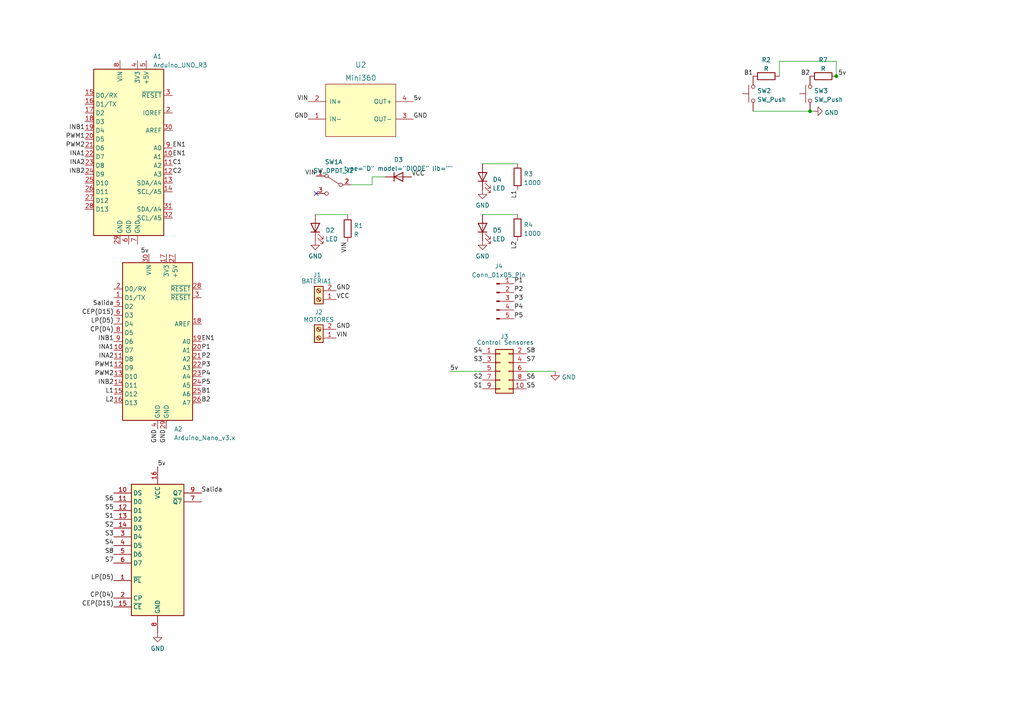
<source format=kicad_sch>
(kicad_sch (version 20230121) (generator eeschema)
  (paper "A4")
  (lib_symbols
    (symbol "74xx:74LS165"
      (property "Reference" "U" (at -7.62 19.05 0))
      (property "Value" "74LS165" (at -7.62 -21.59 0))
      (symbol "74LS165_1_0"
        (pin input line (at -12.7 -10.16 0) (length 5.08) (name "~{PL}") (number "1"))
        (pin input line (at -12.7 15.24 0) (length 5.08) (name "DS") (number "10"))
        (pin input line (at -12.7 12.7 0) (length 5.08) (name "D0") (number "11"))
        (pin input line (at -12.7 10.16 0) (length 5.08) (name "D1") (number "12"))
        (pin input line (at -12.7 7.62 0) (length 5.08) (name "D2") (number "13"))
        (pin input line (at -12.7 5.08 0) (length 5.08) (name "D3") (number "14"))
        (pin input line (at -12.7 -17.78 0) (length 5.08) (name "~{CE}") (number "15"))
        (pin power_in line (at 0 22.86 270) (length 5.08) (name "VCC") (number "16"))
        (pin input line (at -12.7 -15.24 0) (length 5.08) (name "CP") (number "2"))
        (pin input line (at -12.7 2.54 0) (length 5.08) (name "D4") (number "3"))
        (pin input line (at -12.7 0 0) (length 5.08) (name "D5") (number "4"))
        (pin input line (at -12.7 -2.54 0) (length 5.08) (name "D6") (number "5"))
        (pin input line (at -12.7 -5.08 0) (length 5.08) (name "D7") (number "6"))
        (pin output line (at 12.7 12.7 180) (length 5.08) (name "~{Q7}") (number "7"))
        (pin power_in line (at 0 -25.4 90) (length 5.08) (name "GND") (number "8"))
        (pin output line (at 12.7 15.24 180) (length 5.08) (name "Q7") (number "9"))
      )
      (symbol "74LS165_1_1"
        (rectangle (start -7.62 17.78) (end 7.62 -20.32) (stroke (width 0.254)) (fill (type background)))
      )
    )
    (symbol "Connector:Conn_01x05_Pin" (pin_names (offset 1.016) hide)
      (property "Reference" "J" (at 0 7.62 0))
      (property "Value" "Conn_01x05_Pin" (at 0 -7.62 0))
      (symbol "Conn_01x05_Pin_1_1"
        (polyline (pts (xy 1.27 -5.08) (xy 0.8636 -5.08)) (stroke (width 0.1524)))
        (polyline (pts (xy 1.27 -2.54) (xy 0.8636 -2.54)) (stroke (width 0.1524)))
        (polyline (pts (xy 1.27 0) (xy 0.8636 0)) (stroke (width 0.1524)))
        (polyline (pts (xy 1.27 2.54) (xy 0.8636 2.54)) (stroke (width 0.1524)))
        (polyline (pts (xy 1.27 5.08) (xy 0.8636 5.08)) (stroke (width 0.1524)))
        (rectangle (start 0.8636 -4.953) (end 0 -5.207) (stroke (width 0.1524)) (fill (type outline)))
        (rectangle (start 0.8636 -2.413) (end 0 -2.667) (stroke (width 0.1524)) (fill (type outline)))
        (rectangle (start 0.8636 0.127) (end 0 -0.127) (stroke (width 0.1524)) (fill (type outline)))
        (rectangle (start 0.8636 2.667) (end 0 2.413) (stroke (width 0.1524)) (fill (type outline)))
        (rectangle (start 0.8636 5.207) (end 0 4.953) (stroke (width 0.1524)) (fill (type outline)))
        (pin passive line (at 5.08 5.08 180) (length 3.81) (name "Pin_1") (number "1"))
        (pin passive line (at 5.08 2.54 180) (length 3.81) (name "Pin_2") (number "2"))
        (pin passive line (at 5.08 0 180) (length 3.81) (name "Pin_3") (number "3"))
        (pin passive line (at 5.08 -2.54 180) (length 3.81) (name "Pin_4") (number "4"))
        (pin passive line (at 5.08 -5.08 180) (length 3.81) (name "Pin_5") (number "5"))
      )
    )
    (symbol "Connector:Screw_Terminal_01x02" (pin_names (offset 1.016) hide)
      (property "Reference" "J" (at 0 2.54 0))
      (property "Value" "Screw_Terminal_01x02" (at 0 -5.08 0))
      (symbol "Screw_Terminal_01x02_1_1"
        (rectangle (start -1.27 1.27) (end 1.27 -3.81) (stroke (width 0.254)) (fill (type background)))
        (circle (center 0 -2.54) (radius 0.635) (stroke (width 0.1524)))
        (polyline (pts (xy -0.5334 -2.2098) (xy 0.3302 -3.048)) (stroke (width 0.1524)))
        (polyline (pts (xy -0.5334 0.3302) (xy 0.3302 -0.508)) (stroke (width 0.1524)))
        (polyline (pts (xy -0.3556 -2.032) (xy 0.508 -2.8702)) (stroke (width 0.1524)))
        (polyline (pts (xy -0.3556 0.508) (xy 0.508 -0.3302)) (stroke (width 0.1524)))
        (circle (center 0 0) (radius 0.635) (stroke (width 0.1524)))
        (pin passive line (at -5.08 0 0) (length 3.81) (name "Pin_1") (number "1"))
        (pin passive line (at -5.08 -2.54 0) (length 3.81) (name "Pin_2") (number "2"))
      )
    )
    (symbol "Connector_Generic:Conn_02x05_Odd_Even" (pin_names (offset 1.016) hide)
      (property "Reference" "J" (at 1.27 7.62 0))
      (property "Value" "Conn_02x05_Odd_Even" (at 1.27 -7.62 0))
      (symbol "Conn_02x05_Odd_Even_1_1"
        (rectangle (start -1.27 -4.953) (end 0 -5.207) (stroke (width 0.1524)))
        (rectangle (start -1.27 -2.413) (end 0 -2.667) (stroke (width 0.1524)))
        (rectangle (start -1.27 0.127) (end 0 -0.127) (stroke (width 0.1524)))
        (rectangle (start -1.27 2.667) (end 0 2.413) (stroke (width 0.1524)))
        (rectangle (start -1.27 5.207) (end 0 4.953) (stroke (width 0.1524)))
        (rectangle (start -1.27 6.35) (end 3.81 -6.35) (stroke (width 0.254)) (fill (type background)))
        (rectangle (start 3.81 -4.953) (end 2.54 -5.207) (stroke (width 0.1524)))
        (rectangle (start 3.81 -2.413) (end 2.54 -2.667) (stroke (width 0.1524)))
        (rectangle (start 3.81 0.127) (end 2.54 -0.127) (stroke (width 0.1524)))
        (rectangle (start 3.81 2.667) (end 2.54 2.413) (stroke (width 0.1524)))
        (rectangle (start 3.81 5.207) (end 2.54 4.953) (stroke (width 0.1524)))
        (pin passive line (at -5.08 5.08 0) (length 3.81) (name "Pin_1") (number "1"))
        (pin passive line (at 7.62 -5.08 180) (length 3.81) (name "Pin_10") (number "10"))
        (pin passive line (at 7.62 5.08 180) (length 3.81) (name "Pin_2") (number "2"))
        (pin passive line (at -5.08 2.54 0) (length 3.81) (name "Pin_3") (number "3"))
        (pin passive line (at 7.62 2.54 180) (length 3.81) (name "Pin_4") (number "4"))
        (pin passive line (at -5.08 0 0) (length 3.81) (name "Pin_5") (number "5"))
        (pin passive line (at 7.62 0 180) (length 3.81) (name "Pin_6") (number "6"))
        (pin passive line (at -5.08 -2.54 0) (length 3.81) (name "Pin_7") (number "7"))
        (pin passive line (at 7.62 -2.54 180) (length 3.81) (name "Pin_8") (number "8"))
        (pin passive line (at -5.08 -5.08 0) (length 3.81) (name "Pin_9") (number "9"))
      )
    )
    (symbol "Device:LED" (pin_numbers hide) (pin_names (offset 1.016) hide)
      (property "Reference" "D" (at 0 2.54 0))
      (property "Value" "LED" (at 0 -2.54 0))
      (symbol "LED_0_1"
        (polyline (pts (xy -1.27 -1.27) (xy -1.27 1.27)) (stroke (width 0.254)))
        (polyline (pts (xy -1.27 0) (xy 1.27 0)))
        (polyline (pts (xy 1.27 -1.27) (xy 1.27 1.27) (xy -1.27 0) (xy 1.27 -1.27)) (stroke (width 0.254)))
        (polyline (pts (xy -3.048 -0.762) (xy -4.572 -2.286) (xy -3.81 -2.286) (xy -4.572 -2.286) (xy -4.572 -1.524)))
        (polyline (pts (xy -1.778 -0.762) (xy -3.302 -2.286) (xy -2.54 -2.286) (xy -3.302 -2.286) (xy -3.302 -1.524)))
      )
      (symbol "LED_1_1"
        (pin passive line (at -3.81 0 0) (length 2.54) (name "K") (number "1"))
        (pin passive line (at 3.81 0 180) (length 2.54) (name "A") (number "2"))
      )
    )
    (symbol "Device:R" (pin_numbers hide) (pin_names (offset 0))
      (property "Reference" "R" (at 2.032 0 90))
      (property "Value" "R" (at 0 0 90))
      (symbol "R_0_1"
        (rectangle (start -1.016 -2.54) (end 1.016 2.54) (stroke (width 0.254)))
      )
      (symbol "R_1_1"
        (pin passive line (at 0 3.81 270) (length 1.27) (name "~") (number "1"))
        (pin passive line (at 0 -3.81 90) (length 1.27) (name "~") (number "2"))
      )
    )
    (symbol "MCU_Module:Arduino_Nano_v3.x"
      (property "Reference" "A" (at -10.16 23.495 0))
      (property "Value" "Arduino_Nano_v3.x" (at 5.08 -24.13 0))
      (symbol "Arduino_Nano_v3.x_0_1"
        (rectangle (start -10.16 22.86) (end 10.16 -22.86) (stroke (width 0.254)) (fill (type background)))
      )
      (symbol "Arduino_Nano_v3.x_1_1"
        (pin bidirectional line (at -12.7 12.7 0) (length 2.54) (name "D1/TX") (number "1"))
        (pin bidirectional line (at -12.7 -2.54 0) (length 2.54) (name "D7") (number "10"))
        (pin bidirectional line (at -12.7 -5.08 0) (length 2.54) (name "D8") (number "11"))
        (pin bidirectional line (at -12.7 -7.62 0) (length 2.54) (name "D9") (number "12"))
        (pin bidirectional line (at -12.7 -10.16 0) (length 2.54) (name "D10") (number "13"))
        (pin bidirectional line (at -12.7 -12.7 0) (length 2.54) (name "D11") (number "14"))
        (pin bidirectional line (at -12.7 -15.24 0) (length 2.54) (name "D12") (number "15"))
        (pin bidirectional line (at -12.7 -17.78 0) (length 2.54) (name "D13") (number "16"))
        (pin power_out line (at 2.54 25.4 270) (length 2.54) (name "3V3") (number "17"))
        (pin input line (at 12.7 5.08 180) (length 2.54) (name "AREF") (number "18"))
        (pin bidirectional line (at 12.7 0 180) (length 2.54) (name "A0") (number "19"))
        (pin bidirectional line (at -12.7 15.24 0) (length 2.54) (name "D0/RX") (number "2"))
        (pin bidirectional line (at 12.7 -2.54 180) (length 2.54) (name "A1") (number "20"))
        (pin bidirectional line (at 12.7 -5.08 180) (length 2.54) (name "A2") (number "21"))
        (pin bidirectional line (at 12.7 -7.62 180) (length 2.54) (name "A3") (number "22"))
        (pin bidirectional line (at 12.7 -10.16 180) (length 2.54) (name "A4") (number "23"))
        (pin bidirectional line (at 12.7 -12.7 180) (length 2.54) (name "A5") (number "24"))
        (pin bidirectional line (at 12.7 -15.24 180) (length 2.54) (name "A6") (number "25"))
        (pin bidirectional line (at 12.7 -17.78 180) (length 2.54) (name "A7") (number "26"))
        (pin power_out line (at 5.08 25.4 270) (length 2.54) (name "+5V") (number "27"))
        (pin input line (at 12.7 15.24 180) (length 2.54) (name "~{RESET}") (number "28"))
        (pin power_in line (at 2.54 -25.4 90) (length 2.54) (name "GND") (number "29"))
        (pin input line (at 12.7 12.7 180) (length 2.54) (name "~{RESET}") (number "3"))
        (pin power_in line (at -2.54 25.4 270) (length 2.54) (name "VIN") (number "30"))
        (pin power_in line (at 0 -25.4 90) (length 2.54) (name "GND") (number "4"))
        (pin bidirectional line (at -12.7 10.16 0) (length 2.54) (name "D2") (number "5"))
        (pin bidirectional line (at -12.7 7.62 0) (length 2.54) (name "D3") (number "6"))
        (pin bidirectional line (at -12.7 5.08 0) (length 2.54) (name "D4") (number "7"))
        (pin bidirectional line (at -12.7 2.54 0) (length 2.54) (name "D5") (number "8"))
        (pin bidirectional line (at -12.7 0 0) (length 2.54) (name "D6") (number "9"))
      )
    )
    (symbol "MCU_Module:Arduino_UNO_R3"
      (property "Reference" "A" (at -10.16 23.495 0))
      (property "Value" "Arduino_UNO_R3" (at 5.08 -26.67 0))
      (symbol "Arduino_UNO_R3_0_1"
        (rectangle (start -10.16 22.86) (end 10.16 -25.4) (stroke (width 0.254)) (fill (type background)))
      )
      (symbol "Arduino_UNO_R3_1_1"
        (pin no_connect line (at -10.16 -20.32 0) (length 2.54) hide (name "NC") (number "1"))
        (pin bidirectional line (at 12.7 -2.54 180) (length 2.54) (name "A1") (number "10"))
        (pin bidirectional line (at 12.7 -5.08 180) (length 2.54) (name "A2") (number "11"))
        (pin bidirectional line (at 12.7 -7.62 180) (length 2.54) (name "A3") (number "12"))
        (pin bidirectional line (at 12.7 -10.16 180) (length 2.54) (name "SDA/A4") (number "13"))
        (pin bidirectional line (at 12.7 -12.7 180) (length 2.54) (name "SCL/A5") (number "14"))
        (pin bidirectional line (at -12.7 15.24 0) (length 2.54) (name "D0/RX") (number "15"))
        (pin bidirectional line (at -12.7 12.7 0) (length 2.54) (name "D1/TX") (number "16"))
        (pin bidirectional line (at -12.7 10.16 0) (length 2.54) (name "D2") (number "17"))
        (pin bidirectional line (at -12.7 7.62 0) (length 2.54) (name "D3") (number "18"))
        (pin bidirectional line (at -12.7 5.08 0) (length 2.54) (name "D4") (number "19"))
        (pin output line (at 12.7 10.16 180) (length 2.54) (name "IOREF") (number "2"))
        (pin bidirectional line (at -12.7 2.54 0) (length 2.54) (name "D5") (number "20"))
        (pin bidirectional line (at -12.7 0 0) (length 2.54) (name "D6") (number "21"))
        (pin bidirectional line (at -12.7 -2.54 0) (length 2.54) (name "D7") (number "22"))
        (pin bidirectional line (at -12.7 -5.08 0) (length 2.54) (name "D8") (number "23"))
        (pin bidirectional line (at -12.7 -7.62 0) (length 2.54) (name "D9") (number "24"))
        (pin bidirectional line (at -12.7 -10.16 0) (length 2.54) (name "D10") (number "25"))
        (pin bidirectional line (at -12.7 -12.7 0) (length 2.54) (name "D11") (number "26"))
        (pin bidirectional line (at -12.7 -15.24 0) (length 2.54) (name "D12") (number "27"))
        (pin bidirectional line (at -12.7 -17.78 0) (length 2.54) (name "D13") (number "28"))
        (pin power_in line (at -2.54 -27.94 90) (length 2.54) (name "GND") (number "29"))
        (pin input line (at 12.7 15.24 180) (length 2.54) (name "~{RESET}") (number "3"))
        (pin input line (at 12.7 5.08 180) (length 2.54) (name "AREF") (number "30"))
        (pin bidirectional line (at 12.7 -17.78 180) (length 2.54) (name "SDA/A4") (number "31"))
        (pin bidirectional line (at 12.7 -20.32 180) (length 2.54) (name "SCL/A5") (number "32"))
        (pin power_out line (at 2.54 25.4 270) (length 2.54) (name "3V3") (number "4"))
        (pin power_out line (at 5.08 25.4 270) (length 2.54) (name "+5V") (number "5"))
        (pin power_in line (at 0 -27.94 90) (length 2.54) (name "GND") (number "6"))
        (pin power_in line (at 2.54 -27.94 90) (length 2.54) (name "GND") (number "7"))
        (pin power_in line (at -2.54 25.4 270) (length 2.54) (name "VIN") (number "8"))
        (pin bidirectional line (at 12.7 0 180) (length 2.54) (name "A0") (number "9"))
      )
    )
    (symbol "Simulation_SPICE:DIODE" (pin_numbers hide) (pin_names (offset 1.016) hide)
      (property "Reference" "D" (at 0 2.54 0))
      (property "Value" "DIODE" (at 0 -2.54 0))
      (symbol "DIODE_0_1"
        (polyline (pts (xy 1.27 0) (xy -1.27 0)))
        (polyline (pts (xy 1.27 1.27) (xy 1.27 -1.27)) (stroke (width 0.254)))
        (polyline (pts (xy -1.27 -1.27) (xy -1.27 1.27) (xy 1.27 0) (xy -1.27 -1.27)) (stroke (width 0.254)))
      )
      (symbol "DIODE_1_1"
        (pin passive line (at -3.81 0 0) (length 2.54) (name "A") (number "1"))
        (pin passive line (at 3.81 0 180) (length 2.54) (name "K") (number "2"))
      )
    )
    (symbol "Switch:SW_DPDT_x2" (pin_names (offset 0) hide)
      (property "Reference" "SW" (at 0 4.318 0))
      (property "Value" "SW_DPDT_x2" (at 0 -5.08 0))
      (symbol "SW_DPDT_x2_0_0"
        (circle (center -2.032 0) (radius 0.508))
        (circle (center 2.032 -2.54) (radius 0.508))
      )
      (symbol "SW_DPDT_x2_0_1"
        (polyline (pts (xy -1.524 0.254) (xy 1.651 2.286)))
        (circle (center 2.032 2.54) (radius 0.508))
      )
      (symbol "SW_DPDT_x2_1_1"
        (pin passive line (at 5.08 2.54 180) (length 2.54) (name "A") (number "1"))
        (pin passive line (at -5.08 0 0) (length 2.54) (name "B") (number "2"))
        (pin passive line (at 5.08 -2.54 180) (length 2.54) (name "C") (number "3"))
      )
      (symbol "SW_DPDT_x2_2_1"
        (pin passive line (at 5.08 2.54 180) (length 2.54) (name "A") (number "4"))
        (pin passive line (at -5.08 0 0) (length 2.54) (name "B") (number "5"))
        (pin passive line (at 5.08 -2.54 180) (length 2.54) (name "C") (number "6"))
      )
    )
    (symbol "Switch:SW_Push" (pin_numbers hide) (pin_names (offset 1.016) hide)
      (property "Reference" "SW" (at 1.27 2.54 0))
      (property "Value" "SW_Push" (at 0 -1.524 0))
      (symbol "SW_Push_0_1"
        (circle (center -2.032 0) (radius 0.508))
        (polyline (pts (xy 0 1.27) (xy 0 3.048)))
        (polyline (pts (xy 2.54 1.27) (xy -2.54 1.27)))
        (circle (center 2.032 0) (radius 0.508))
        (pin passive line (at -5.08 0 0) (length 2.54) (name "1") (number "1"))
        (pin passive line (at 5.08 0 180) (length 2.54) (name "2") (number "2"))
      )
    )
    (symbol "mini360:Mini360" (pin_names (offset 1.016))
      (property "Reference" "U" (at 0 -5.08 0))
      (property "Value" "Mini360" (at 0 5.08 0))
      (symbol "Mini360_0_1"
        (rectangle (start -10.16 7.62) (end 10.16 -7.62) (fill (type background)))
      )
      (symbol "Mini360_1_1"
        (pin power_in line (at -15.24 -2.54 0) (length 5.08) (name "IN-") (number "1"))
        (pin power_in line (at -15.24 2.54 0) (length 5.08) (name "IN+") (number "2"))
        (pin power_out line (at 15.24 -2.54 180) (length 5.08) (name "OUT-") (number "3"))
        (pin power_out line (at 15.24 2.54 180) (length 5.08) (name "OUT+") (number "4"))
      )
    )
    (symbol "power:GND" (power) (pin_names (offset 0))
      (property "Value" "GND" (at 0 -3.81 0))
      (symbol "GND_0_1"
        (polyline (pts (xy 0 0) (xy 0 -1.27) (xy 1.27 -1.27) (xy 0 -2.54) (xy -1.27 -1.27) (xy 0 -1.27)))
      )
      (symbol "GND_1_1"
        (pin power_in line (at 0 0 270) (length 0) hide (name "GND") (number "1"))
      )
    )
  )
  (junction (at 242.57 22.098))
  (junction (at 234.95 32.258))
  (no_connect (at 91.694 56.134))
  (wire (pts (xy 130.556 107.696) (xy 139.954 107.696)))
  (wire (pts (xy 161.036 107.696) (xy 152.654 107.696)))
  (wire (pts (xy 226.06 22.098) (xy 226.06 17.78)))
  (wire (pts (xy 139.954 62.23) (xy 150.114 62.23)))
  (wire (pts (xy 139.954 47.498) (xy 150.114 47.498)))
  (wire (pts (xy 111.76 51.308) (xy 107.95 51.308)))
  (wire (pts (xy 234.95 32.258) (xy 235.966 32.258)))
  (wire (pts (xy 107.95 51.308) (xy 107.95 53.594)))
  (wire (pts (xy 107.95 53.594) (xy 101.854 53.594)))
  (wire (pts (xy 242.57 17.78) (xy 242.57 22.098)))
  (wire (pts (xy 243.078 22.098) (xy 242.57 22.098)))
  (wire (pts (xy 218.44 32.258) (xy 234.95 32.258)))
  (wire (pts (xy 100.838 62.23) (xy 100.838 62.484)))
  (wire (pts (xy 226.06 17.78) (xy 242.57 17.78)))
  (wire (pts (xy 91.44 62.23) (xy 100.838 62.23)))
  (label "P3" (at 58.42 106.68 0))
  (label "S6" (at 152.654 110.236 0))
  (label "L2" (at 150.114 69.85 270))
  (label "S1" (at 33.02 150.622 180))
  (label "VCC" (at 119.38 51.308 0))
  (label "5v" (at 119.888 29.464 0))
  (label "S5" (at 33.02 148.082 180))
  (label "S2" (at 139.954 110.236 180))
  (label "INA1" (at 24.638 45.466 180))
  (label "C1" (at 50.038 48.006 0))
  (label "L1" (at 33.02 114.3 180))
  (label "B2" (at 58.42 116.84 0))
  (label "INB2" (at 24.638 50.546 180))
  (label "P5" (at 58.42 111.76 0))
  (label "PWM2" (at 24.638 42.926 180))
  (label "INB1" (at 24.638 37.846 180))
  (label "S1" (at 139.954 112.776 180))
  (label "INA1" (at 33.02 101.6 180))
  (label "VIN" (at 97.536 98.044 0))
  (label "P1" (at 58.42 101.6 0))
  (label "P2" (at 58.42 104.14 0))
  (label "5v" (at 243.078 22.098 0))
  (label "VCC" (at 97.536 86.868 0))
  (label "INA2" (at 24.638 48.006 180))
  (label "LP(D5)" (at 33.02 168.402 180))
  (label "P3" (at 149.098 87.376 0))
  (label "GND" (at 89.408 34.544 180))
  (label "S5" (at 152.654 112.776 0))
  (label "S4" (at 33.02 158.242 180))
  (label "GND" (at 48.26 124.46 270))
  (label "P2" (at 149.098 84.836 0))
  (label "VIN" (at 91.694 51.054 180))
  (label "L1" (at 150.114 55.118 270))
  (label "S7" (at 152.654 105.156 0))
  (label "PWM1" (at 33.02 106.68 180))
  (label "5v" (at 45.72 135.382 0))
  (label "B1" (at 218.44 22.098 180))
  (label "S3" (at 33.02 155.702 180))
  (label "CEP(D15)" (at 33.02 176.022 180))
  (label "PWM2" (at 33.02 109.22 180))
  (label "S8" (at 33.02 160.782 180))
  (label "P1" (at 149.098 82.296 0))
  (label "INB2" (at 33.02 111.76 180))
  (label "P4" (at 58.42 109.22 0))
  (label "B1" (at 58.42 114.3 0))
  (label "INB1" (at 33.02 99.06 180))
  (label "P5" (at 149.098 92.456 0))
  (label "5v" (at 130.556 107.696 0))
  (label "VIN" (at 100.838 70.104 270))
  (label "CEP(D15)" (at 33.02 91.44 180))
  (label "C2" (at 50.038 50.546 0))
  (label "5v" (at 43.18 73.66 180))
  (label "GND" (at 97.536 95.504 0))
  (label "S6" (at 33.02 145.542 180))
  (label "S2" (at 33.02 153.162 180))
  (label "VIN" (at 89.408 29.464 180))
  (label "LP(D5)" (at 33.02 93.98 180))
  (label "GND" (at 119.888 34.544 0))
  (label "S3" (at 139.954 105.156 180))
  (label "EN1" (at 50.038 42.926 0))
  (label "EN1" (at 50.038 45.466 0))
  (label "L2" (at 33.02 116.84 180))
  (label "EN1" (at 58.42 99.06 0))
  (label "CP(D4)" (at 33.02 96.52 180))
  (label "CP(D4)" (at 33.02 173.482 180))
  (label "INA2" (at 33.02 104.14 180))
  (label "B2" (at 234.95 22.098 180))
  (label "Salida" (at 58.42 143.002 0))
  (label "P4" (at 149.098 89.916 0))
  (label "S8" (at 152.654 102.616 0))
  (label "GND" (at 45.72 124.46 270))
  (label "Salida" (at 33.02 88.9 180))
  (label "S4" (at 139.954 102.616 180))
  (label "S7" (at 33.02 163.322 180))
  (label "GND" (at 97.536 84.328 0))
  (label "PWM1" (at 24.638 40.386 180))
  (symbol (lib_id "Device:R") (at 150.114 51.308 0) (unit 1)
    (property "Reference" "R3" (at 151.892 50.4733 0) (effects (justify left)))
    (property "Value" "1000" (at 151.892 53.0102 0) (effects (justify left)))
    (property "Footprint" "Resistor_THT:R_Axial_DIN0207_L6.3mm_D2.5mm_P10.16mm_Horizontal" (effects hide))
  )
  (symbol (lib_id "Device:R") (at 238.76 22.098 90) (unit 1)
    (property "Reference" "R7" (at 238.76 17.3822 90))
    (property "Value" "R" (at 238.76 19.9191 90))
    (property "Footprint" "Resistor_THT:R_Axial_DIN0207_L6.3mm_D2.5mm_P10.16mm_Horizontal" (effects hide))
  )
  (symbol (lib_id "power:GND") (at 161.036 107.696 0) (unit 1)
    (property "Reference" "#PWR08" (effects hide))
    (property "Value" "GND" (at 162.941 109.3998 0) (effects (justify left)))
  )
  (symbol (lib_id "power:GND") (at 139.954 69.85 0) (unit 1)
    (property "Reference" "#PWR010" (effects hide))
    (property "Value" "GND" (at 139.954 74.2934 0))
  )
  (symbol (lib_id "MCU_Module:Arduino_Nano_v3.x") (at 45.72 99.06 0) (unit 1)
    (property "Reference" "A2" (at 50.4541 124.46 0) (effects (justify left)))
    (property "Value" "Arduino_Nano_v3.x" (at 50.4541 127 0) (effects (justify left)))
    (property "Footprint" "Module:Arduino_Nano" (effects hide))
    (property "Datasheet" "http://www.mouser.com/pdfdocs/Gravitech_Arduino_Nano3_0.pdf" (effects hide))
  )
  (symbol (lib_id "74xx:74LS165") (at 45.72 158.242 0) (unit 1)
    (property "Reference" "U1" (effects hide))
    (property "Value" "74LS165" (effects hide))
    (property "Footprint" "Package_DIP:DIP-16_W7.62mm_Socket_LongPads" (effects hide))
    (property "Datasheet" "https://www.ti.com/lit/ds/symlink/sn74ls165a.pdf" (effects hide))
  )
  (symbol (lib_id "MCU_Module:Arduino_UNO_R3") (at 37.338 42.926 0) (unit 1)
    (property "Reference" "A1" (at 44.4374 16.3662 0) (effects (justify left)))
    (property "Value" "Arduino_UNO_R3" (at 44.4374 18.9031 0) (effects (justify left)))
    (property "Footprint" "Module:Arduino_UNO_R3" (effects hide))
    (property "Datasheet" "https://www.arduino.cc/en/Main/arduinoBoardUno" (effects hide))
  )
  (symbol (lib_id "Device:R") (at 100.838 66.294 0) (unit 1)
    (property "Reference" "R1" (at 102.616 65.4593 0) (effects (justify left)))
    (property "Value" "R" (at 102.616 67.9962 0) (effects (justify left)))
    (property "Footprint" "Resistor_THT:R_Axial_DIN0207_L6.3mm_D2.5mm_P10.16mm_Horizontal" (effects hide))
  )
  (symbol (lib_id "power:GND") (at 45.72 183.642 0) (unit 1)
    (property "Reference" "#PWR013" (effects hide))
    (property "Value" "GND" (at 45.72 188.0854 0))
  )
  (symbol (lib_id "Device:LED") (at 139.954 66.04 90) (unit 1)
    (property "Reference" "D5" (at 142.875 66.7928 90) (effects (justify right)))
    (property "Value" "LED" (at 142.875 69.3297 90) (effects (justify right)))
    (property "Footprint" "LED_THT:LED_D3.0mm" (effects hide))
  )
  (symbol (lib_id "Device:LED") (at 91.44 66.04 90) (unit 1)
    (property "Reference" "D2" (at 94.361 66.7928 90) (effects (justify right)))
    (property "Value" "LED" (at 94.361 69.3297 90) (effects (justify right)))
    (property "Footprint" "LED_THT:LED_D3.0mm" (effects hide))
  )
  (symbol (lib_id "power:GND") (at 139.954 55.118 0) (unit 1)
    (property "Reference" "#PWR09" (effects hide))
    (property "Value" "GND" (at 139.954 59.5614 0))
  )
  (symbol (lib_id "Connector_Generic:Conn_02x05_Odd_Even") (at 145.034 107.696 0) (unit 1)
    (property "Reference" "J3" (at 146.304 97.6462 0))
    (property "Value" "Control Sensores" (at 146.558 99.314 0))
    (property "Footprint" "Connector_IDC:IDC-Header_2x05_P2.54mm_Horizontal" (effects hide))
  )
  (symbol (lib_id "Simulation_SPICE:DIODE") (at 115.57 51.308 180) (unit 1)
    (property "Reference" "D3" (at 115.57 46.3382 0))
    (property "Value" "${SIM.PARAMS}" (at 115.57 48.8751 0))
    (property "Footprint" "Diode_THT:D_5W_P12.70mm_Horizontal" (effects hide))
    (property "Sim.Device" "SPICE" (effects hide))
    (property "Sim.Params" "type=\"D\" model=\"DIODE\" lib=\"\"" (effects hide))
    (property "Sim.Pins" "1=1 2=2" (effects hide))
  )
  (symbol (lib_id "Connector:Screw_Terminal_01x02") (at 92.456 98.044 180) (unit 1)
    (property "Reference" "J2" (at 92.456 90.5342 0))
    (property "Value" "MOTORES" (at 92.456 92.71 0))
    (property "Footprint" "Connectors:DEANS" (effects hide))
  )
  (symbol (lib_id "Connector:Conn_01x05_Pin") (at 144.018 87.376 0) (unit 1)
    (property "Reference" "J4" (at 144.653 77.216 0))
    (property "Value" "Conn_01x05_Pin" (at 144.653 79.756 0))
    (property "Footprint" "Connector_PinSocket_2.54mm:PinSocket_1x05_P2.54mm_Vertical" (effects hide))
  )
  (symbol (lib_id "power:GND") (at 91.44 69.85 0) (unit 1)
    (property "Reference" "#PWR01" (effects hide))
    (property "Value" "GND" (at 91.44 74.2934 0))
  )
  (symbol (lib_id "mini360:Mini360") (at 104.648 32.004 0) (unit 1)
    (property "Reference" "U2" (at 104.648 18.796 0) (effects (font (size 1.524 1.524))))
    (property "Value" "Mini360" (at 104.648 22.606 0) (effects (font (size 1.524 1.524))))
    (property "Footprint" "Mini360_step-down:Mini360_step-down" (effects hide))
  )
  (symbol (lib_id "power:GND") (at 235.966 32.258 90) (unit 1)
    (property "Reference" "#PWR012" (effects hide))
    (property "Value" "GND" (at 239.141 32.6918 90) (effects (justify right)))
  )
  (symbol (lib_id "Switch:SW_Push") (at 234.95 27.178 90) (unit 1)
    (property "Reference" "SW3" (at 236.093 26.3433 90) (effects (justify right)))
    (property "Value" "SW_Push" (at 236.093 28.8802 90) (effects (justify right)))
    (property "Footprint" "Button_Switch_THT:SW_PUSH_6mm" (effects hide))
  )
  (symbol (lib_id "Device:LED") (at 139.954 51.308 90) (unit 1)
    (property "Reference" "D4" (at 142.875 52.0608 90) (effects (justify right)))
    (property "Value" "LED" (at 142.875 54.5977 90) (effects (justify right)))
    (property "Footprint" "LED_THT:LED_D3.0mm" (effects hide))
  )
  (symbol (lib_id "Switch:SW_Push") (at 218.44 27.178 90) (unit 1)
    (property "Reference" "SW2" (at 219.583 26.3433 90) (effects (justify right)))
    (property "Value" "SW_Push" (at 219.583 28.8802 90) (effects (justify right)))
    (property "Footprint" "Button_Switch_THT:SW_PUSH_6mm" (effects hide))
  )
  (symbol (lib_id "Connector:Screw_Terminal_01x02") (at 92.456 86.868 180) (unit 1)
    (property "Reference" "J1" (at 93.218 79.756 0) (effects (justify left)))
    (property "Value" "BATERIA1" (at 96.266 81.534 0) (effects (justify left)))
    (property "Footprint" "Connectors:DEANS" (effects hide))
  )
  (symbol (lib_id "Switch:SW_DPDT_x2") (at 96.774 53.594 0) (mirror y) (unit 1)
    (property "Reference" "SW1" (at 96.774 46.9732 0))
    (property "Value" "SW_DPDT_x2" (at 96.774 49.5101 0))
    (property "Footprint" "Button_Switch_THT:SW_CuK_JS202011CQN_DPDT_Straight" (effects hide))
  )
  (symbol (lib_id "Device:R") (at 150.114 66.04 0) (unit 1)
    (property "Reference" "R4" (at 151.892 65.2053 0) (effects (justify left)))
    (property "Value" "1000" (at 151.892 67.7422 0) (effects (justify left)))
    (property "Footprint" "Resistor_THT:R_Axial_DIN0207_L6.3mm_D2.5mm_P10.16mm_Horizontal" (effects hide))
  )
  (symbol (lib_id "Device:R") (at 222.25 22.098 90) (unit 1)
    (property "Reference" "R2" (at 222.25 17.3822 90))
    (property "Value" "R" (at 222.25 19.9191 90))
    (property "Footprint" "Resistor_THT:R_Axial_DIN0207_L6.3mm_D2.5mm_P10.16mm_Horizontal" (effects hide))
  )
)
</source>
